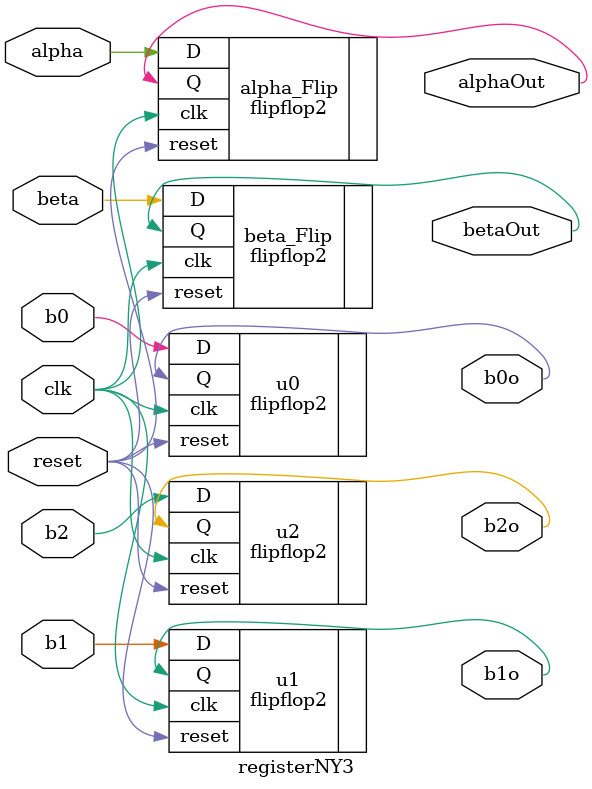
<source format=v>

module registerNY3 (
    input  b2,
    input  b1,
    input  b0,
    input  alpha,
    input  beta,
	input reset,
    output b2o,
    output b1o,
    output b0o,
    output alphaOut,
    output betaOut,
    input  clk
);

//}} End of automatically maintained section


`include "flipflop2.v"
flipflop2 u2 (.D(b2), .clk(clk), .reset(reset), .Q(b2o));
flipflop2 u1 (.D(b1), .clk(clk), .reset(reset), .Q(b1o));
flipflop2 u0 (.D(b0), .clk(clk), .reset(reset), .Q(b0o));
flipflop2 alpha_Flip (.D(alpha), .clk(clk), .reset(reset), .Q(alphaOut));
flipflop2 beta_Flip  (.D(beta),  .clk(clk), .reset(reset), .Q(betaOut));
	
endmodule




// -- Enter your statements here -- //


</source>
